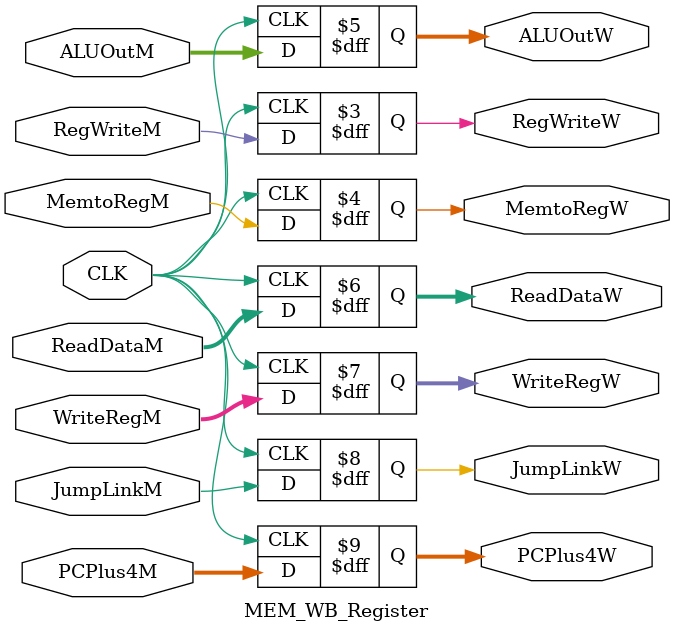
<source format=v>
`timescale 100fs/100fs

module  MEM_WB_Register(  input RegWriteM
                        , input MemtoRegM
                        , input JumpLinkM
                        , input [31:0] ALUOutM
                        , input [31:0] ReadDataM
                        , input [4:0]  WriteRegM
                        , input [31:0] PCPlus4M
                        , input CLK
                        , output reg RegWriteW
                        , output reg MemtoRegW
                        , output reg [31:0] ALUOutW
                        , output reg [31:0] ReadDataW
                        , output reg [4:0] WriteRegW
                        , output reg JumpLinkW
                        , output reg [31:0] PCPlus4W
                        );

    initial begin
        JumpLinkW <= 1'b0;
    end

    always @(posedge CLK) begin
        
        RegWriteW <=  RegWriteM;
        MemtoRegW <=  MemtoRegM;
        ALUOutW   <=  ALUOutM;
        ReadDataW <=  ReadDataM;
        WriteRegW <=  WriteRegM;
        JumpLinkW <=  JumpLinkM;
        PCPlus4W  <=  PCPlus4M;
        
    end

endmodule
</source>
